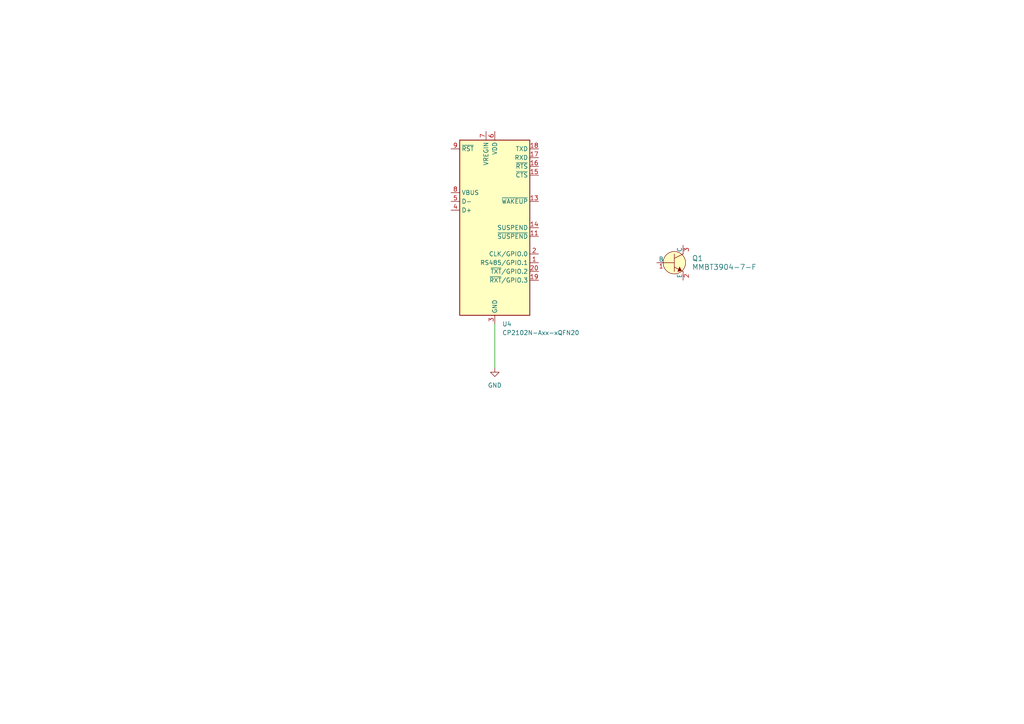
<source format=kicad_sch>
(kicad_sch (version 20250114) (generator "eeschema") (generator_version "9.0")
  (paper "A4")
  (lib_symbols
    (symbol "Interface_USB:CP2102N-Axx-xQFN20"
      (property "Reference" "U" (at -8.89 26.67 0))
      (property "Value" "CP2102N-Axx-xQFN20" (at 12.7 26.67 0))
      (symbol "CP2102N-Axx-xQFN20_0_1"
        (rectangle (start -10.16 25.4) (end 10.16 -25.4) (stroke (width 0.254)) (fill (type background)))
      )
      (symbol "CP2102N-Axx-xQFN20_1_1"
        (pin input line (at -12.7 22.86 0) (length 2.54) (name "~{RST}") (number "9"))
        (pin input line (at -12.7 10.16 0) (length 2.54) (name "VBUS") (number "8"))
        (pin bidirectional line (at -12.7 7.62 0) (length 2.54) (name "D-") (number "5"))
        (pin bidirectional line (at -12.7 5.08 0) (length 2.54) (name "D+") (number "4"))
        (pin no_connect line (at -10.16 -22.86 0) (length 2.54) (hide yes) (name "NC") (number "10"))
        (pin power_in line (at -2.54 27.94 270) (length 2.54) (name "VREGIN") (number "7"))
        (pin power_in line (at 0 27.94 270) (length 2.54) (name "VDD") (number "6"))
        (pin passive line (at 0 -27.94 90) (length 2.54) (hide yes) (name "GND") (number "12"))
        (pin passive line (at 0 -27.94 90) (length 2.54) (hide yes) (name "GND") (number "21"))
        (pin power_in line (at 0 -27.94 90) (length 2.54) (name "GND") (number "3"))
        (pin output line (at 12.7 22.86 180) (length 2.54) (name "TXD") (number "18"))
        (pin input line (at 12.7 20.32 180) (length 2.54) (name "RXD") (number "17"))
        (pin output line (at 12.7 17.78 180) (length 2.54) (name "~{RTS}") (number "16"))
        (pin input line (at 12.7 15.24 180) (length 2.54) (name "~{CTS}") (number "15"))
        (pin input line (at 12.7 7.62 180) (length 2.54) (name "~{WAKEUP}") (number "13"))
        (pin output line (at 12.7 0 180) (length 2.54) (name "SUSPEND") (number "14"))
        (pin output line (at 12.7 -2.54 180) (length 2.54) (name "~{SUSPEND}") (number "11"))
        (pin bidirectional line (at 12.7 -7.62 180) (length 2.54) (name "CLK/GPIO.0") (number "2"))
        (pin bidirectional line (at 12.7 -10.16 180) (length 2.54) (name "RS485/GPIO.1") (number "1"))
        (pin bidirectional line (at 12.7 -12.7 180) (length 2.54) (name "~{TXT}/GPIO.2") (number "20"))
        (pin bidirectional line (at 12.7 -15.24 180) (length 2.54) (name "~{RXT}/GPIO.3") (number "19"))
      )
    )
    (symbol "dk_Transistors-Bipolar-BJT-Single:MMBT3904-7-F" (pin_names (offset 0))
      (property "Reference" "Q" (at -3.2004 4.2164 0))
      (property "Value" "MMBT3904-7-F" (at 5.2324 0 90))
      (symbol "MMBT3904-7-F_0_1"
        (polyline (pts (xy -3.81 0) (xy -2.54 0)))
        (polyline (pts (xy -3.556 0) (xy 0 0)))
        (polyline (pts (xy 0 2.54) (xy 0 -2.54)))
        (polyline (pts (xy 0 1.27) (xy 2.54 2.54)))
        (circle (center 0 0) (radius 3.2512) (fill (type background)))
        (polyline (pts (xy 0 -1.27) (xy 2.54 -2.54)))
        (polyline (pts (xy 1.524 -1.27) (xy 2.032 -2.286) (xy 1.016 -2.54) (xy 1.524 -1.27)) (fill (type outline)))
      )
      (symbol "MMBT3904-7-F_1_1"
        (pin input line (at -5.08 0 0) (length 2.54) (name "B") (number "1"))
        (pin passive line (at 2.54 5.08 270) (length 2.54) (name "C") (number "3"))
        (pin passive line (at 2.54 -5.08 90) (length 2.54) (name "E") (number "2"))
      )
    )
    (symbol "power:GND" (power) (pin_numbers (hide yes)) (pin_names (offset 0) (hide yes))
      (property "Value" "GND" (at 0 -3.81 0))
      (symbol "GND_0_1"
        (polyline (pts (xy 0 0) (xy 0 -1.27) (xy 1.27 -1.27) (xy 0 -2.54) (xy -1.27 -1.27) (xy 0 -1.27)))
      )
      (symbol "GND_1_1"
        (pin power_in line (at 0 0 270) (length 0) (name "~") (number "1"))
      )
    )
  )
  (wire (pts (xy 143.51 93.98) (xy 143.51 106.68)))
  (symbol (lib_id "Interface_USB:CP2102N-Axx-xQFN20") (at 143.51 66.04 0) (unit 1)
    (property "Reference" "U4" (at 145.6533 93.98 0) (effects (justify left)))
    (property "Value" "CP2102N-Axx-xQFN20" (at 145.6533 96.52 0) (effects (justify left)))
    (property "Footprint" "Package_DFN_QFN:SiliconLabs_QFN-20-1EP_3x3mm_P0.5mm" (effects (hide yes)))
    (property "Datasheet" "https://www.silabs.com/documents/public/data-sheets/cp2102n-datasheet.pdf" (effects (hide yes)))
    (property "Description" "USB to UART master bridge, QFN-20" (effects (hide yes)))
  )
  (symbol (lib_id "power:GND") (at 143.51 106.68 0) (unit 1)
    (property "Reference" "#PWR08" (effects (hide yes)))
    (property "Value" "GND" (at 143.51 111.76 0))
    (property "Description" "Power symbol creates a global label with name \"GND\" , ground" (effects (hide yes)))
  )
  (symbol (lib_id "dk_Transistors-Bipolar-BJT-Single:MMBT3904-7-F") (at 195.58 76.2 0) (unit 1)
    (property "Reference" "Q1" (at 200.66 74.9299 0) (effects (font (size 1.524 1.524)) (justify left)))
    (property "Value" "MMBT3904-7-F" (at 200.66 77.4699 0) (effects (font (size 1.524 1.524)) (justify left)))
    (property "Footprint" "digikey-footprints:SOT-23-3" (effects (hide yes)))
    (property "Datasheet" "https://www.diodes.com/assets/Datasheets/ds30036.pdf" (effects (hide yes)))
    (property "Description" "TRANS NPN 40V 0.2A SMD SOT23-3" (effects (hide yes)))
    (property "Digi-Key_PN" "MMBT3904-FDICT-ND" (effects (hide yes)))
    (property "MPN" "MMBT3904-7-F" (effects (hide yes)))
    (property "Category" "Discrete Semiconductor Products" (effects (hide yes)))
    (property "Family" "Transistors - Bipolar (BJT) - Single" (effects (hide yes)))
    (property "DK_Datasheet_Link" "https://www.diodes.com/assets/Datasheets/ds30036.pdf" (effects (hide yes)))
    (property "DK_Detail_Page" "/product-detail/en/diodes-incorporated/MMBT3904-7-F/MMBT3904-FDICT-ND/815727" (effects (hide yes)))
    (property "Manufacturer" "Diodes Incorporated" (effects (hide yes)))
    (property "Status" "Active" (effects (hide yes)))
  )
)
</source>
